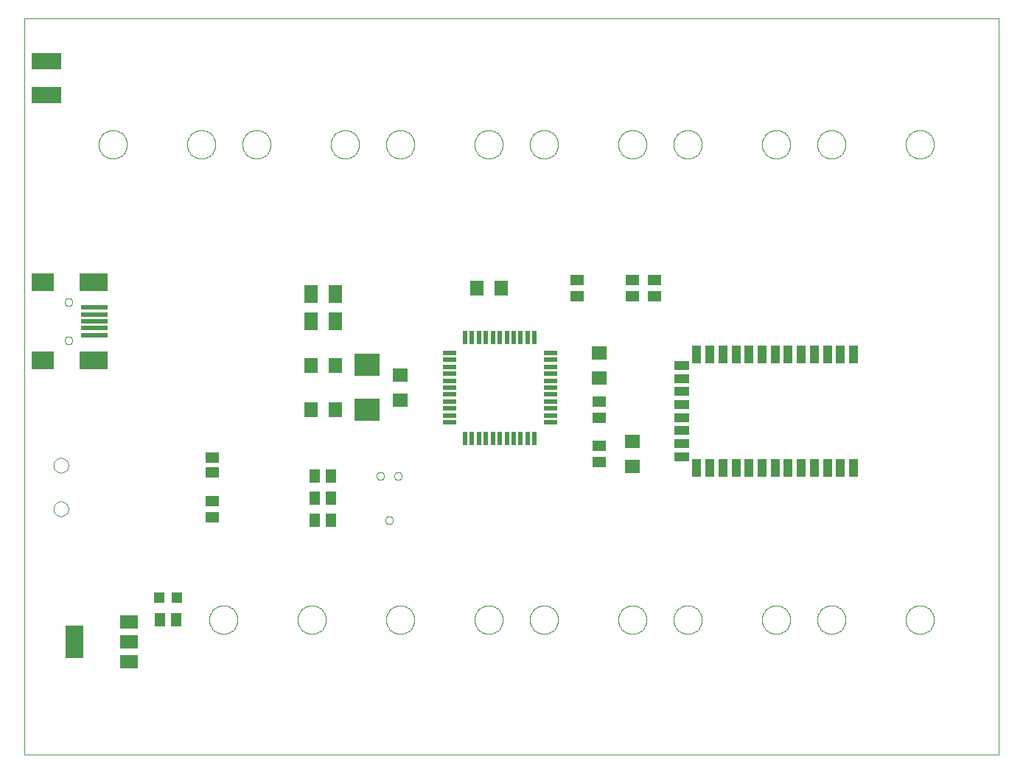
<source format=gtp>
G75*
%MOIN*%
%OFA0B0*%
%FSLAX24Y24*%
%IPPOS*%
%LPD*%
%AMOC8*
5,1,8,0,0,1.08239X$1,22.5*
%
%ADD10C,0.0000*%
%ADD11R,0.0472X0.0472*%
%ADD12R,0.0512X0.0591*%
%ADD13R,0.0591X0.0512*%
%ADD14R,0.1339X0.0748*%
%ADD15R,0.0709X0.0630*%
%ADD16R,0.0197X0.0591*%
%ADD17R,0.0591X0.0197*%
%ADD18R,0.0630X0.0709*%
%ADD19R,0.0710X0.0630*%
%ADD20R,0.0630X0.0512*%
%ADD21R,0.1181X0.0984*%
%ADD22R,0.0984X0.0787*%
%ADD23R,0.1299X0.0787*%
%ADD24R,0.1220X0.0197*%
%ADD25R,0.0630X0.0787*%
%ADD26R,0.0394X0.0787*%
%ADD27R,0.0709X0.0394*%
%ADD28R,0.0790X0.0590*%
%ADD29R,0.0790X0.1500*%
%ADD30R,0.0512X0.0630*%
D10*
X003100Y002000D02*
X003100Y035296D01*
X047170Y035296D01*
X047170Y002000D01*
X003100Y002000D01*
X011460Y008100D02*
X011462Y008150D01*
X011468Y008200D01*
X011478Y008249D01*
X011491Y008298D01*
X011509Y008345D01*
X011530Y008391D01*
X011554Y008434D01*
X011582Y008476D01*
X011613Y008516D01*
X011647Y008553D01*
X011684Y008587D01*
X011724Y008618D01*
X011766Y008646D01*
X011809Y008670D01*
X011855Y008691D01*
X011902Y008709D01*
X011951Y008722D01*
X012000Y008732D01*
X012050Y008738D01*
X012100Y008740D01*
X012150Y008738D01*
X012200Y008732D01*
X012249Y008722D01*
X012298Y008709D01*
X012345Y008691D01*
X012391Y008670D01*
X012434Y008646D01*
X012476Y008618D01*
X012516Y008587D01*
X012553Y008553D01*
X012587Y008516D01*
X012618Y008476D01*
X012646Y008434D01*
X012670Y008391D01*
X012691Y008345D01*
X012709Y008298D01*
X012722Y008249D01*
X012732Y008200D01*
X012738Y008150D01*
X012740Y008100D01*
X012738Y008050D01*
X012732Y008000D01*
X012722Y007951D01*
X012709Y007902D01*
X012691Y007855D01*
X012670Y007809D01*
X012646Y007766D01*
X012618Y007724D01*
X012587Y007684D01*
X012553Y007647D01*
X012516Y007613D01*
X012476Y007582D01*
X012434Y007554D01*
X012391Y007530D01*
X012345Y007509D01*
X012298Y007491D01*
X012249Y007478D01*
X012200Y007468D01*
X012150Y007462D01*
X012100Y007460D01*
X012050Y007462D01*
X012000Y007468D01*
X011951Y007478D01*
X011902Y007491D01*
X011855Y007509D01*
X011809Y007530D01*
X011766Y007554D01*
X011724Y007582D01*
X011684Y007613D01*
X011647Y007647D01*
X011613Y007684D01*
X011582Y007724D01*
X011554Y007766D01*
X011530Y007809D01*
X011509Y007855D01*
X011491Y007902D01*
X011478Y007951D01*
X011468Y008000D01*
X011462Y008050D01*
X011460Y008100D01*
X015460Y008100D02*
X015462Y008150D01*
X015468Y008200D01*
X015478Y008249D01*
X015491Y008298D01*
X015509Y008345D01*
X015530Y008391D01*
X015554Y008434D01*
X015582Y008476D01*
X015613Y008516D01*
X015647Y008553D01*
X015684Y008587D01*
X015724Y008618D01*
X015766Y008646D01*
X015809Y008670D01*
X015855Y008691D01*
X015902Y008709D01*
X015951Y008722D01*
X016000Y008732D01*
X016050Y008738D01*
X016100Y008740D01*
X016150Y008738D01*
X016200Y008732D01*
X016249Y008722D01*
X016298Y008709D01*
X016345Y008691D01*
X016391Y008670D01*
X016434Y008646D01*
X016476Y008618D01*
X016516Y008587D01*
X016553Y008553D01*
X016587Y008516D01*
X016618Y008476D01*
X016646Y008434D01*
X016670Y008391D01*
X016691Y008345D01*
X016709Y008298D01*
X016722Y008249D01*
X016732Y008200D01*
X016738Y008150D01*
X016740Y008100D01*
X016738Y008050D01*
X016732Y008000D01*
X016722Y007951D01*
X016709Y007902D01*
X016691Y007855D01*
X016670Y007809D01*
X016646Y007766D01*
X016618Y007724D01*
X016587Y007684D01*
X016553Y007647D01*
X016516Y007613D01*
X016476Y007582D01*
X016434Y007554D01*
X016391Y007530D01*
X016345Y007509D01*
X016298Y007491D01*
X016249Y007478D01*
X016200Y007468D01*
X016150Y007462D01*
X016100Y007460D01*
X016050Y007462D01*
X016000Y007468D01*
X015951Y007478D01*
X015902Y007491D01*
X015855Y007509D01*
X015809Y007530D01*
X015766Y007554D01*
X015724Y007582D01*
X015684Y007613D01*
X015647Y007647D01*
X015613Y007684D01*
X015582Y007724D01*
X015554Y007766D01*
X015530Y007809D01*
X015509Y007855D01*
X015491Y007902D01*
X015478Y007951D01*
X015468Y008000D01*
X015462Y008050D01*
X015460Y008100D01*
X019460Y008100D02*
X019462Y008150D01*
X019468Y008200D01*
X019478Y008249D01*
X019491Y008298D01*
X019509Y008345D01*
X019530Y008391D01*
X019554Y008434D01*
X019582Y008476D01*
X019613Y008516D01*
X019647Y008553D01*
X019684Y008587D01*
X019724Y008618D01*
X019766Y008646D01*
X019809Y008670D01*
X019855Y008691D01*
X019902Y008709D01*
X019951Y008722D01*
X020000Y008732D01*
X020050Y008738D01*
X020100Y008740D01*
X020150Y008738D01*
X020200Y008732D01*
X020249Y008722D01*
X020298Y008709D01*
X020345Y008691D01*
X020391Y008670D01*
X020434Y008646D01*
X020476Y008618D01*
X020516Y008587D01*
X020553Y008553D01*
X020587Y008516D01*
X020618Y008476D01*
X020646Y008434D01*
X020670Y008391D01*
X020691Y008345D01*
X020709Y008298D01*
X020722Y008249D01*
X020732Y008200D01*
X020738Y008150D01*
X020740Y008100D01*
X020738Y008050D01*
X020732Y008000D01*
X020722Y007951D01*
X020709Y007902D01*
X020691Y007855D01*
X020670Y007809D01*
X020646Y007766D01*
X020618Y007724D01*
X020587Y007684D01*
X020553Y007647D01*
X020516Y007613D01*
X020476Y007582D01*
X020434Y007554D01*
X020391Y007530D01*
X020345Y007509D01*
X020298Y007491D01*
X020249Y007478D01*
X020200Y007468D01*
X020150Y007462D01*
X020100Y007460D01*
X020050Y007462D01*
X020000Y007468D01*
X019951Y007478D01*
X019902Y007491D01*
X019855Y007509D01*
X019809Y007530D01*
X019766Y007554D01*
X019724Y007582D01*
X019684Y007613D01*
X019647Y007647D01*
X019613Y007684D01*
X019582Y007724D01*
X019554Y007766D01*
X019530Y007809D01*
X019509Y007855D01*
X019491Y007902D01*
X019478Y007951D01*
X019468Y008000D01*
X019462Y008050D01*
X019460Y008100D01*
X023460Y008100D02*
X023462Y008150D01*
X023468Y008200D01*
X023478Y008249D01*
X023491Y008298D01*
X023509Y008345D01*
X023530Y008391D01*
X023554Y008434D01*
X023582Y008476D01*
X023613Y008516D01*
X023647Y008553D01*
X023684Y008587D01*
X023724Y008618D01*
X023766Y008646D01*
X023809Y008670D01*
X023855Y008691D01*
X023902Y008709D01*
X023951Y008722D01*
X024000Y008732D01*
X024050Y008738D01*
X024100Y008740D01*
X024150Y008738D01*
X024200Y008732D01*
X024249Y008722D01*
X024298Y008709D01*
X024345Y008691D01*
X024391Y008670D01*
X024434Y008646D01*
X024476Y008618D01*
X024516Y008587D01*
X024553Y008553D01*
X024587Y008516D01*
X024618Y008476D01*
X024646Y008434D01*
X024670Y008391D01*
X024691Y008345D01*
X024709Y008298D01*
X024722Y008249D01*
X024732Y008200D01*
X024738Y008150D01*
X024740Y008100D01*
X024738Y008050D01*
X024732Y008000D01*
X024722Y007951D01*
X024709Y007902D01*
X024691Y007855D01*
X024670Y007809D01*
X024646Y007766D01*
X024618Y007724D01*
X024587Y007684D01*
X024553Y007647D01*
X024516Y007613D01*
X024476Y007582D01*
X024434Y007554D01*
X024391Y007530D01*
X024345Y007509D01*
X024298Y007491D01*
X024249Y007478D01*
X024200Y007468D01*
X024150Y007462D01*
X024100Y007460D01*
X024050Y007462D01*
X024000Y007468D01*
X023951Y007478D01*
X023902Y007491D01*
X023855Y007509D01*
X023809Y007530D01*
X023766Y007554D01*
X023724Y007582D01*
X023684Y007613D01*
X023647Y007647D01*
X023613Y007684D01*
X023582Y007724D01*
X023554Y007766D01*
X023530Y007809D01*
X023509Y007855D01*
X023491Y007902D01*
X023478Y007951D01*
X023468Y008000D01*
X023462Y008050D01*
X023460Y008100D01*
X025960Y008100D02*
X025962Y008150D01*
X025968Y008200D01*
X025978Y008249D01*
X025991Y008298D01*
X026009Y008345D01*
X026030Y008391D01*
X026054Y008434D01*
X026082Y008476D01*
X026113Y008516D01*
X026147Y008553D01*
X026184Y008587D01*
X026224Y008618D01*
X026266Y008646D01*
X026309Y008670D01*
X026355Y008691D01*
X026402Y008709D01*
X026451Y008722D01*
X026500Y008732D01*
X026550Y008738D01*
X026600Y008740D01*
X026650Y008738D01*
X026700Y008732D01*
X026749Y008722D01*
X026798Y008709D01*
X026845Y008691D01*
X026891Y008670D01*
X026934Y008646D01*
X026976Y008618D01*
X027016Y008587D01*
X027053Y008553D01*
X027087Y008516D01*
X027118Y008476D01*
X027146Y008434D01*
X027170Y008391D01*
X027191Y008345D01*
X027209Y008298D01*
X027222Y008249D01*
X027232Y008200D01*
X027238Y008150D01*
X027240Y008100D01*
X027238Y008050D01*
X027232Y008000D01*
X027222Y007951D01*
X027209Y007902D01*
X027191Y007855D01*
X027170Y007809D01*
X027146Y007766D01*
X027118Y007724D01*
X027087Y007684D01*
X027053Y007647D01*
X027016Y007613D01*
X026976Y007582D01*
X026934Y007554D01*
X026891Y007530D01*
X026845Y007509D01*
X026798Y007491D01*
X026749Y007478D01*
X026700Y007468D01*
X026650Y007462D01*
X026600Y007460D01*
X026550Y007462D01*
X026500Y007468D01*
X026451Y007478D01*
X026402Y007491D01*
X026355Y007509D01*
X026309Y007530D01*
X026266Y007554D01*
X026224Y007582D01*
X026184Y007613D01*
X026147Y007647D01*
X026113Y007684D01*
X026082Y007724D01*
X026054Y007766D01*
X026030Y007809D01*
X026009Y007855D01*
X025991Y007902D01*
X025978Y007951D01*
X025968Y008000D01*
X025962Y008050D01*
X025960Y008100D01*
X029960Y008100D02*
X029962Y008150D01*
X029968Y008200D01*
X029978Y008249D01*
X029991Y008298D01*
X030009Y008345D01*
X030030Y008391D01*
X030054Y008434D01*
X030082Y008476D01*
X030113Y008516D01*
X030147Y008553D01*
X030184Y008587D01*
X030224Y008618D01*
X030266Y008646D01*
X030309Y008670D01*
X030355Y008691D01*
X030402Y008709D01*
X030451Y008722D01*
X030500Y008732D01*
X030550Y008738D01*
X030600Y008740D01*
X030650Y008738D01*
X030700Y008732D01*
X030749Y008722D01*
X030798Y008709D01*
X030845Y008691D01*
X030891Y008670D01*
X030934Y008646D01*
X030976Y008618D01*
X031016Y008587D01*
X031053Y008553D01*
X031087Y008516D01*
X031118Y008476D01*
X031146Y008434D01*
X031170Y008391D01*
X031191Y008345D01*
X031209Y008298D01*
X031222Y008249D01*
X031232Y008200D01*
X031238Y008150D01*
X031240Y008100D01*
X031238Y008050D01*
X031232Y008000D01*
X031222Y007951D01*
X031209Y007902D01*
X031191Y007855D01*
X031170Y007809D01*
X031146Y007766D01*
X031118Y007724D01*
X031087Y007684D01*
X031053Y007647D01*
X031016Y007613D01*
X030976Y007582D01*
X030934Y007554D01*
X030891Y007530D01*
X030845Y007509D01*
X030798Y007491D01*
X030749Y007478D01*
X030700Y007468D01*
X030650Y007462D01*
X030600Y007460D01*
X030550Y007462D01*
X030500Y007468D01*
X030451Y007478D01*
X030402Y007491D01*
X030355Y007509D01*
X030309Y007530D01*
X030266Y007554D01*
X030224Y007582D01*
X030184Y007613D01*
X030147Y007647D01*
X030113Y007684D01*
X030082Y007724D01*
X030054Y007766D01*
X030030Y007809D01*
X030009Y007855D01*
X029991Y007902D01*
X029978Y007951D01*
X029968Y008000D01*
X029962Y008050D01*
X029960Y008100D01*
X032460Y008100D02*
X032462Y008150D01*
X032468Y008200D01*
X032478Y008249D01*
X032491Y008298D01*
X032509Y008345D01*
X032530Y008391D01*
X032554Y008434D01*
X032582Y008476D01*
X032613Y008516D01*
X032647Y008553D01*
X032684Y008587D01*
X032724Y008618D01*
X032766Y008646D01*
X032809Y008670D01*
X032855Y008691D01*
X032902Y008709D01*
X032951Y008722D01*
X033000Y008732D01*
X033050Y008738D01*
X033100Y008740D01*
X033150Y008738D01*
X033200Y008732D01*
X033249Y008722D01*
X033298Y008709D01*
X033345Y008691D01*
X033391Y008670D01*
X033434Y008646D01*
X033476Y008618D01*
X033516Y008587D01*
X033553Y008553D01*
X033587Y008516D01*
X033618Y008476D01*
X033646Y008434D01*
X033670Y008391D01*
X033691Y008345D01*
X033709Y008298D01*
X033722Y008249D01*
X033732Y008200D01*
X033738Y008150D01*
X033740Y008100D01*
X033738Y008050D01*
X033732Y008000D01*
X033722Y007951D01*
X033709Y007902D01*
X033691Y007855D01*
X033670Y007809D01*
X033646Y007766D01*
X033618Y007724D01*
X033587Y007684D01*
X033553Y007647D01*
X033516Y007613D01*
X033476Y007582D01*
X033434Y007554D01*
X033391Y007530D01*
X033345Y007509D01*
X033298Y007491D01*
X033249Y007478D01*
X033200Y007468D01*
X033150Y007462D01*
X033100Y007460D01*
X033050Y007462D01*
X033000Y007468D01*
X032951Y007478D01*
X032902Y007491D01*
X032855Y007509D01*
X032809Y007530D01*
X032766Y007554D01*
X032724Y007582D01*
X032684Y007613D01*
X032647Y007647D01*
X032613Y007684D01*
X032582Y007724D01*
X032554Y007766D01*
X032530Y007809D01*
X032509Y007855D01*
X032491Y007902D01*
X032478Y007951D01*
X032468Y008000D01*
X032462Y008050D01*
X032460Y008100D01*
X036460Y008100D02*
X036462Y008150D01*
X036468Y008200D01*
X036478Y008249D01*
X036491Y008298D01*
X036509Y008345D01*
X036530Y008391D01*
X036554Y008434D01*
X036582Y008476D01*
X036613Y008516D01*
X036647Y008553D01*
X036684Y008587D01*
X036724Y008618D01*
X036766Y008646D01*
X036809Y008670D01*
X036855Y008691D01*
X036902Y008709D01*
X036951Y008722D01*
X037000Y008732D01*
X037050Y008738D01*
X037100Y008740D01*
X037150Y008738D01*
X037200Y008732D01*
X037249Y008722D01*
X037298Y008709D01*
X037345Y008691D01*
X037391Y008670D01*
X037434Y008646D01*
X037476Y008618D01*
X037516Y008587D01*
X037553Y008553D01*
X037587Y008516D01*
X037618Y008476D01*
X037646Y008434D01*
X037670Y008391D01*
X037691Y008345D01*
X037709Y008298D01*
X037722Y008249D01*
X037732Y008200D01*
X037738Y008150D01*
X037740Y008100D01*
X037738Y008050D01*
X037732Y008000D01*
X037722Y007951D01*
X037709Y007902D01*
X037691Y007855D01*
X037670Y007809D01*
X037646Y007766D01*
X037618Y007724D01*
X037587Y007684D01*
X037553Y007647D01*
X037516Y007613D01*
X037476Y007582D01*
X037434Y007554D01*
X037391Y007530D01*
X037345Y007509D01*
X037298Y007491D01*
X037249Y007478D01*
X037200Y007468D01*
X037150Y007462D01*
X037100Y007460D01*
X037050Y007462D01*
X037000Y007468D01*
X036951Y007478D01*
X036902Y007491D01*
X036855Y007509D01*
X036809Y007530D01*
X036766Y007554D01*
X036724Y007582D01*
X036684Y007613D01*
X036647Y007647D01*
X036613Y007684D01*
X036582Y007724D01*
X036554Y007766D01*
X036530Y007809D01*
X036509Y007855D01*
X036491Y007902D01*
X036478Y007951D01*
X036468Y008000D01*
X036462Y008050D01*
X036460Y008100D01*
X038960Y008100D02*
X038962Y008150D01*
X038968Y008200D01*
X038978Y008249D01*
X038991Y008298D01*
X039009Y008345D01*
X039030Y008391D01*
X039054Y008434D01*
X039082Y008476D01*
X039113Y008516D01*
X039147Y008553D01*
X039184Y008587D01*
X039224Y008618D01*
X039266Y008646D01*
X039309Y008670D01*
X039355Y008691D01*
X039402Y008709D01*
X039451Y008722D01*
X039500Y008732D01*
X039550Y008738D01*
X039600Y008740D01*
X039650Y008738D01*
X039700Y008732D01*
X039749Y008722D01*
X039798Y008709D01*
X039845Y008691D01*
X039891Y008670D01*
X039934Y008646D01*
X039976Y008618D01*
X040016Y008587D01*
X040053Y008553D01*
X040087Y008516D01*
X040118Y008476D01*
X040146Y008434D01*
X040170Y008391D01*
X040191Y008345D01*
X040209Y008298D01*
X040222Y008249D01*
X040232Y008200D01*
X040238Y008150D01*
X040240Y008100D01*
X040238Y008050D01*
X040232Y008000D01*
X040222Y007951D01*
X040209Y007902D01*
X040191Y007855D01*
X040170Y007809D01*
X040146Y007766D01*
X040118Y007724D01*
X040087Y007684D01*
X040053Y007647D01*
X040016Y007613D01*
X039976Y007582D01*
X039934Y007554D01*
X039891Y007530D01*
X039845Y007509D01*
X039798Y007491D01*
X039749Y007478D01*
X039700Y007468D01*
X039650Y007462D01*
X039600Y007460D01*
X039550Y007462D01*
X039500Y007468D01*
X039451Y007478D01*
X039402Y007491D01*
X039355Y007509D01*
X039309Y007530D01*
X039266Y007554D01*
X039224Y007582D01*
X039184Y007613D01*
X039147Y007647D01*
X039113Y007684D01*
X039082Y007724D01*
X039054Y007766D01*
X039030Y007809D01*
X039009Y007855D01*
X038991Y007902D01*
X038978Y007951D01*
X038968Y008000D01*
X038962Y008050D01*
X038960Y008100D01*
X042960Y008100D02*
X042962Y008150D01*
X042968Y008200D01*
X042978Y008249D01*
X042991Y008298D01*
X043009Y008345D01*
X043030Y008391D01*
X043054Y008434D01*
X043082Y008476D01*
X043113Y008516D01*
X043147Y008553D01*
X043184Y008587D01*
X043224Y008618D01*
X043266Y008646D01*
X043309Y008670D01*
X043355Y008691D01*
X043402Y008709D01*
X043451Y008722D01*
X043500Y008732D01*
X043550Y008738D01*
X043600Y008740D01*
X043650Y008738D01*
X043700Y008732D01*
X043749Y008722D01*
X043798Y008709D01*
X043845Y008691D01*
X043891Y008670D01*
X043934Y008646D01*
X043976Y008618D01*
X044016Y008587D01*
X044053Y008553D01*
X044087Y008516D01*
X044118Y008476D01*
X044146Y008434D01*
X044170Y008391D01*
X044191Y008345D01*
X044209Y008298D01*
X044222Y008249D01*
X044232Y008200D01*
X044238Y008150D01*
X044240Y008100D01*
X044238Y008050D01*
X044232Y008000D01*
X044222Y007951D01*
X044209Y007902D01*
X044191Y007855D01*
X044170Y007809D01*
X044146Y007766D01*
X044118Y007724D01*
X044087Y007684D01*
X044053Y007647D01*
X044016Y007613D01*
X043976Y007582D01*
X043934Y007554D01*
X043891Y007530D01*
X043845Y007509D01*
X043798Y007491D01*
X043749Y007478D01*
X043700Y007468D01*
X043650Y007462D01*
X043600Y007460D01*
X043550Y007462D01*
X043500Y007468D01*
X043451Y007478D01*
X043402Y007491D01*
X043355Y007509D01*
X043309Y007530D01*
X043266Y007554D01*
X043224Y007582D01*
X043184Y007613D01*
X043147Y007647D01*
X043113Y007684D01*
X043082Y007724D01*
X043054Y007766D01*
X043030Y007809D01*
X043009Y007855D01*
X042991Y007902D01*
X042978Y007951D01*
X042968Y008000D01*
X042962Y008050D01*
X042960Y008100D01*
X019825Y014600D02*
X019827Y014626D01*
X019833Y014652D01*
X019842Y014676D01*
X019855Y014699D01*
X019872Y014719D01*
X019891Y014737D01*
X019913Y014752D01*
X019936Y014763D01*
X019961Y014771D01*
X019987Y014775D01*
X020013Y014775D01*
X020039Y014771D01*
X020064Y014763D01*
X020088Y014752D01*
X020109Y014737D01*
X020128Y014719D01*
X020145Y014699D01*
X020158Y014676D01*
X020167Y014652D01*
X020173Y014626D01*
X020175Y014600D01*
X020173Y014574D01*
X020167Y014548D01*
X020158Y014524D01*
X020145Y014501D01*
X020128Y014481D01*
X020109Y014463D01*
X020087Y014448D01*
X020064Y014437D01*
X020039Y014429D01*
X020013Y014425D01*
X019987Y014425D01*
X019961Y014429D01*
X019936Y014437D01*
X019912Y014448D01*
X019891Y014463D01*
X019872Y014481D01*
X019855Y014501D01*
X019842Y014524D01*
X019833Y014548D01*
X019827Y014574D01*
X019825Y014600D01*
X019025Y014600D02*
X019027Y014626D01*
X019033Y014652D01*
X019042Y014676D01*
X019055Y014699D01*
X019072Y014719D01*
X019091Y014737D01*
X019113Y014752D01*
X019136Y014763D01*
X019161Y014771D01*
X019187Y014775D01*
X019213Y014775D01*
X019239Y014771D01*
X019264Y014763D01*
X019288Y014752D01*
X019309Y014737D01*
X019328Y014719D01*
X019345Y014699D01*
X019358Y014676D01*
X019367Y014652D01*
X019373Y014626D01*
X019375Y014600D01*
X019373Y014574D01*
X019367Y014548D01*
X019358Y014524D01*
X019345Y014501D01*
X019328Y014481D01*
X019309Y014463D01*
X019287Y014448D01*
X019264Y014437D01*
X019239Y014429D01*
X019213Y014425D01*
X019187Y014425D01*
X019161Y014429D01*
X019136Y014437D01*
X019112Y014448D01*
X019091Y014463D01*
X019072Y014481D01*
X019055Y014501D01*
X019042Y014524D01*
X019033Y014548D01*
X019027Y014574D01*
X019025Y014600D01*
X019425Y012600D02*
X019427Y012626D01*
X019433Y012652D01*
X019442Y012676D01*
X019455Y012699D01*
X019472Y012719D01*
X019491Y012737D01*
X019513Y012752D01*
X019536Y012763D01*
X019561Y012771D01*
X019587Y012775D01*
X019613Y012775D01*
X019639Y012771D01*
X019664Y012763D01*
X019688Y012752D01*
X019709Y012737D01*
X019728Y012719D01*
X019745Y012699D01*
X019758Y012676D01*
X019767Y012652D01*
X019773Y012626D01*
X019775Y012600D01*
X019773Y012574D01*
X019767Y012548D01*
X019758Y012524D01*
X019745Y012501D01*
X019728Y012481D01*
X019709Y012463D01*
X019687Y012448D01*
X019664Y012437D01*
X019639Y012429D01*
X019613Y012425D01*
X019587Y012425D01*
X019561Y012429D01*
X019536Y012437D01*
X019512Y012448D01*
X019491Y012463D01*
X019472Y012481D01*
X019455Y012501D01*
X019442Y012524D01*
X019433Y012548D01*
X019427Y012574D01*
X019425Y012600D01*
X004923Y020734D02*
X004925Y020760D01*
X004931Y020786D01*
X004941Y020811D01*
X004954Y020834D01*
X004970Y020854D01*
X004990Y020872D01*
X005012Y020887D01*
X005035Y020899D01*
X005061Y020907D01*
X005087Y020911D01*
X005113Y020911D01*
X005139Y020907D01*
X005165Y020899D01*
X005189Y020887D01*
X005210Y020872D01*
X005230Y020854D01*
X005246Y020834D01*
X005259Y020811D01*
X005269Y020786D01*
X005275Y020760D01*
X005277Y020734D01*
X005275Y020708D01*
X005269Y020682D01*
X005259Y020657D01*
X005246Y020634D01*
X005230Y020614D01*
X005210Y020596D01*
X005188Y020581D01*
X005165Y020569D01*
X005139Y020561D01*
X005113Y020557D01*
X005087Y020557D01*
X005061Y020561D01*
X005035Y020569D01*
X005011Y020581D01*
X004990Y020596D01*
X004970Y020614D01*
X004954Y020634D01*
X004941Y020657D01*
X004931Y020682D01*
X004925Y020708D01*
X004923Y020734D01*
X004923Y022466D02*
X004925Y022492D01*
X004931Y022518D01*
X004941Y022543D01*
X004954Y022566D01*
X004970Y022586D01*
X004990Y022604D01*
X005012Y022619D01*
X005035Y022631D01*
X005061Y022639D01*
X005087Y022643D01*
X005113Y022643D01*
X005139Y022639D01*
X005165Y022631D01*
X005189Y022619D01*
X005210Y022604D01*
X005230Y022586D01*
X005246Y022566D01*
X005259Y022543D01*
X005269Y022518D01*
X005275Y022492D01*
X005277Y022466D01*
X005275Y022440D01*
X005269Y022414D01*
X005259Y022389D01*
X005246Y022366D01*
X005230Y022346D01*
X005210Y022328D01*
X005188Y022313D01*
X005165Y022301D01*
X005139Y022293D01*
X005113Y022289D01*
X005087Y022289D01*
X005061Y022293D01*
X005035Y022301D01*
X005011Y022313D01*
X004990Y022328D01*
X004970Y022346D01*
X004954Y022366D01*
X004941Y022389D01*
X004931Y022414D01*
X004925Y022440D01*
X004923Y022466D01*
X004419Y015084D02*
X004421Y015120D01*
X004427Y015156D01*
X004437Y015191D01*
X004450Y015225D01*
X004467Y015257D01*
X004487Y015287D01*
X004511Y015314D01*
X004537Y015339D01*
X004566Y015361D01*
X004597Y015380D01*
X004630Y015395D01*
X004664Y015407D01*
X004700Y015415D01*
X004736Y015419D01*
X004772Y015419D01*
X004808Y015415D01*
X004844Y015407D01*
X004878Y015395D01*
X004911Y015380D01*
X004942Y015361D01*
X004971Y015339D01*
X004997Y015314D01*
X005021Y015287D01*
X005041Y015257D01*
X005058Y015225D01*
X005071Y015191D01*
X005081Y015156D01*
X005087Y015120D01*
X005089Y015084D01*
X005087Y015048D01*
X005081Y015012D01*
X005071Y014977D01*
X005058Y014943D01*
X005041Y014911D01*
X005021Y014881D01*
X004997Y014854D01*
X004971Y014829D01*
X004942Y014807D01*
X004911Y014788D01*
X004878Y014773D01*
X004844Y014761D01*
X004808Y014753D01*
X004772Y014749D01*
X004736Y014749D01*
X004700Y014753D01*
X004664Y014761D01*
X004630Y014773D01*
X004597Y014788D01*
X004566Y014807D01*
X004537Y014829D01*
X004511Y014854D01*
X004487Y014881D01*
X004467Y014911D01*
X004450Y014943D01*
X004437Y014977D01*
X004427Y015012D01*
X004421Y015048D01*
X004419Y015084D01*
X004419Y013116D02*
X004421Y013152D01*
X004427Y013188D01*
X004437Y013223D01*
X004450Y013257D01*
X004467Y013289D01*
X004487Y013319D01*
X004511Y013346D01*
X004537Y013371D01*
X004566Y013393D01*
X004597Y013412D01*
X004630Y013427D01*
X004664Y013439D01*
X004700Y013447D01*
X004736Y013451D01*
X004772Y013451D01*
X004808Y013447D01*
X004844Y013439D01*
X004878Y013427D01*
X004911Y013412D01*
X004942Y013393D01*
X004971Y013371D01*
X004997Y013346D01*
X005021Y013319D01*
X005041Y013289D01*
X005058Y013257D01*
X005071Y013223D01*
X005081Y013188D01*
X005087Y013152D01*
X005089Y013116D01*
X005087Y013080D01*
X005081Y013044D01*
X005071Y013009D01*
X005058Y012975D01*
X005041Y012943D01*
X005021Y012913D01*
X004997Y012886D01*
X004971Y012861D01*
X004942Y012839D01*
X004911Y012820D01*
X004878Y012805D01*
X004844Y012793D01*
X004808Y012785D01*
X004772Y012781D01*
X004736Y012781D01*
X004700Y012785D01*
X004664Y012793D01*
X004630Y012805D01*
X004597Y012820D01*
X004566Y012839D01*
X004537Y012861D01*
X004511Y012886D01*
X004487Y012913D01*
X004467Y012943D01*
X004450Y012975D01*
X004437Y013009D01*
X004427Y013044D01*
X004421Y013080D01*
X004419Y013116D01*
X006460Y029600D02*
X006462Y029650D01*
X006468Y029700D01*
X006478Y029749D01*
X006491Y029798D01*
X006509Y029845D01*
X006530Y029891D01*
X006554Y029934D01*
X006582Y029976D01*
X006613Y030016D01*
X006647Y030053D01*
X006684Y030087D01*
X006724Y030118D01*
X006766Y030146D01*
X006809Y030170D01*
X006855Y030191D01*
X006902Y030209D01*
X006951Y030222D01*
X007000Y030232D01*
X007050Y030238D01*
X007100Y030240D01*
X007150Y030238D01*
X007200Y030232D01*
X007249Y030222D01*
X007298Y030209D01*
X007345Y030191D01*
X007391Y030170D01*
X007434Y030146D01*
X007476Y030118D01*
X007516Y030087D01*
X007553Y030053D01*
X007587Y030016D01*
X007618Y029976D01*
X007646Y029934D01*
X007670Y029891D01*
X007691Y029845D01*
X007709Y029798D01*
X007722Y029749D01*
X007732Y029700D01*
X007738Y029650D01*
X007740Y029600D01*
X007738Y029550D01*
X007732Y029500D01*
X007722Y029451D01*
X007709Y029402D01*
X007691Y029355D01*
X007670Y029309D01*
X007646Y029266D01*
X007618Y029224D01*
X007587Y029184D01*
X007553Y029147D01*
X007516Y029113D01*
X007476Y029082D01*
X007434Y029054D01*
X007391Y029030D01*
X007345Y029009D01*
X007298Y028991D01*
X007249Y028978D01*
X007200Y028968D01*
X007150Y028962D01*
X007100Y028960D01*
X007050Y028962D01*
X007000Y028968D01*
X006951Y028978D01*
X006902Y028991D01*
X006855Y029009D01*
X006809Y029030D01*
X006766Y029054D01*
X006724Y029082D01*
X006684Y029113D01*
X006647Y029147D01*
X006613Y029184D01*
X006582Y029224D01*
X006554Y029266D01*
X006530Y029309D01*
X006509Y029355D01*
X006491Y029402D01*
X006478Y029451D01*
X006468Y029500D01*
X006462Y029550D01*
X006460Y029600D01*
X010460Y029600D02*
X010462Y029650D01*
X010468Y029700D01*
X010478Y029749D01*
X010491Y029798D01*
X010509Y029845D01*
X010530Y029891D01*
X010554Y029934D01*
X010582Y029976D01*
X010613Y030016D01*
X010647Y030053D01*
X010684Y030087D01*
X010724Y030118D01*
X010766Y030146D01*
X010809Y030170D01*
X010855Y030191D01*
X010902Y030209D01*
X010951Y030222D01*
X011000Y030232D01*
X011050Y030238D01*
X011100Y030240D01*
X011150Y030238D01*
X011200Y030232D01*
X011249Y030222D01*
X011298Y030209D01*
X011345Y030191D01*
X011391Y030170D01*
X011434Y030146D01*
X011476Y030118D01*
X011516Y030087D01*
X011553Y030053D01*
X011587Y030016D01*
X011618Y029976D01*
X011646Y029934D01*
X011670Y029891D01*
X011691Y029845D01*
X011709Y029798D01*
X011722Y029749D01*
X011732Y029700D01*
X011738Y029650D01*
X011740Y029600D01*
X011738Y029550D01*
X011732Y029500D01*
X011722Y029451D01*
X011709Y029402D01*
X011691Y029355D01*
X011670Y029309D01*
X011646Y029266D01*
X011618Y029224D01*
X011587Y029184D01*
X011553Y029147D01*
X011516Y029113D01*
X011476Y029082D01*
X011434Y029054D01*
X011391Y029030D01*
X011345Y029009D01*
X011298Y028991D01*
X011249Y028978D01*
X011200Y028968D01*
X011150Y028962D01*
X011100Y028960D01*
X011050Y028962D01*
X011000Y028968D01*
X010951Y028978D01*
X010902Y028991D01*
X010855Y029009D01*
X010809Y029030D01*
X010766Y029054D01*
X010724Y029082D01*
X010684Y029113D01*
X010647Y029147D01*
X010613Y029184D01*
X010582Y029224D01*
X010554Y029266D01*
X010530Y029309D01*
X010509Y029355D01*
X010491Y029402D01*
X010478Y029451D01*
X010468Y029500D01*
X010462Y029550D01*
X010460Y029600D01*
X012960Y029600D02*
X012962Y029650D01*
X012968Y029700D01*
X012978Y029749D01*
X012991Y029798D01*
X013009Y029845D01*
X013030Y029891D01*
X013054Y029934D01*
X013082Y029976D01*
X013113Y030016D01*
X013147Y030053D01*
X013184Y030087D01*
X013224Y030118D01*
X013266Y030146D01*
X013309Y030170D01*
X013355Y030191D01*
X013402Y030209D01*
X013451Y030222D01*
X013500Y030232D01*
X013550Y030238D01*
X013600Y030240D01*
X013650Y030238D01*
X013700Y030232D01*
X013749Y030222D01*
X013798Y030209D01*
X013845Y030191D01*
X013891Y030170D01*
X013934Y030146D01*
X013976Y030118D01*
X014016Y030087D01*
X014053Y030053D01*
X014087Y030016D01*
X014118Y029976D01*
X014146Y029934D01*
X014170Y029891D01*
X014191Y029845D01*
X014209Y029798D01*
X014222Y029749D01*
X014232Y029700D01*
X014238Y029650D01*
X014240Y029600D01*
X014238Y029550D01*
X014232Y029500D01*
X014222Y029451D01*
X014209Y029402D01*
X014191Y029355D01*
X014170Y029309D01*
X014146Y029266D01*
X014118Y029224D01*
X014087Y029184D01*
X014053Y029147D01*
X014016Y029113D01*
X013976Y029082D01*
X013934Y029054D01*
X013891Y029030D01*
X013845Y029009D01*
X013798Y028991D01*
X013749Y028978D01*
X013700Y028968D01*
X013650Y028962D01*
X013600Y028960D01*
X013550Y028962D01*
X013500Y028968D01*
X013451Y028978D01*
X013402Y028991D01*
X013355Y029009D01*
X013309Y029030D01*
X013266Y029054D01*
X013224Y029082D01*
X013184Y029113D01*
X013147Y029147D01*
X013113Y029184D01*
X013082Y029224D01*
X013054Y029266D01*
X013030Y029309D01*
X013009Y029355D01*
X012991Y029402D01*
X012978Y029451D01*
X012968Y029500D01*
X012962Y029550D01*
X012960Y029600D01*
X016960Y029600D02*
X016962Y029650D01*
X016968Y029700D01*
X016978Y029749D01*
X016991Y029798D01*
X017009Y029845D01*
X017030Y029891D01*
X017054Y029934D01*
X017082Y029976D01*
X017113Y030016D01*
X017147Y030053D01*
X017184Y030087D01*
X017224Y030118D01*
X017266Y030146D01*
X017309Y030170D01*
X017355Y030191D01*
X017402Y030209D01*
X017451Y030222D01*
X017500Y030232D01*
X017550Y030238D01*
X017600Y030240D01*
X017650Y030238D01*
X017700Y030232D01*
X017749Y030222D01*
X017798Y030209D01*
X017845Y030191D01*
X017891Y030170D01*
X017934Y030146D01*
X017976Y030118D01*
X018016Y030087D01*
X018053Y030053D01*
X018087Y030016D01*
X018118Y029976D01*
X018146Y029934D01*
X018170Y029891D01*
X018191Y029845D01*
X018209Y029798D01*
X018222Y029749D01*
X018232Y029700D01*
X018238Y029650D01*
X018240Y029600D01*
X018238Y029550D01*
X018232Y029500D01*
X018222Y029451D01*
X018209Y029402D01*
X018191Y029355D01*
X018170Y029309D01*
X018146Y029266D01*
X018118Y029224D01*
X018087Y029184D01*
X018053Y029147D01*
X018016Y029113D01*
X017976Y029082D01*
X017934Y029054D01*
X017891Y029030D01*
X017845Y029009D01*
X017798Y028991D01*
X017749Y028978D01*
X017700Y028968D01*
X017650Y028962D01*
X017600Y028960D01*
X017550Y028962D01*
X017500Y028968D01*
X017451Y028978D01*
X017402Y028991D01*
X017355Y029009D01*
X017309Y029030D01*
X017266Y029054D01*
X017224Y029082D01*
X017184Y029113D01*
X017147Y029147D01*
X017113Y029184D01*
X017082Y029224D01*
X017054Y029266D01*
X017030Y029309D01*
X017009Y029355D01*
X016991Y029402D01*
X016978Y029451D01*
X016968Y029500D01*
X016962Y029550D01*
X016960Y029600D01*
X019460Y029600D02*
X019462Y029650D01*
X019468Y029700D01*
X019478Y029749D01*
X019491Y029798D01*
X019509Y029845D01*
X019530Y029891D01*
X019554Y029934D01*
X019582Y029976D01*
X019613Y030016D01*
X019647Y030053D01*
X019684Y030087D01*
X019724Y030118D01*
X019766Y030146D01*
X019809Y030170D01*
X019855Y030191D01*
X019902Y030209D01*
X019951Y030222D01*
X020000Y030232D01*
X020050Y030238D01*
X020100Y030240D01*
X020150Y030238D01*
X020200Y030232D01*
X020249Y030222D01*
X020298Y030209D01*
X020345Y030191D01*
X020391Y030170D01*
X020434Y030146D01*
X020476Y030118D01*
X020516Y030087D01*
X020553Y030053D01*
X020587Y030016D01*
X020618Y029976D01*
X020646Y029934D01*
X020670Y029891D01*
X020691Y029845D01*
X020709Y029798D01*
X020722Y029749D01*
X020732Y029700D01*
X020738Y029650D01*
X020740Y029600D01*
X020738Y029550D01*
X020732Y029500D01*
X020722Y029451D01*
X020709Y029402D01*
X020691Y029355D01*
X020670Y029309D01*
X020646Y029266D01*
X020618Y029224D01*
X020587Y029184D01*
X020553Y029147D01*
X020516Y029113D01*
X020476Y029082D01*
X020434Y029054D01*
X020391Y029030D01*
X020345Y029009D01*
X020298Y028991D01*
X020249Y028978D01*
X020200Y028968D01*
X020150Y028962D01*
X020100Y028960D01*
X020050Y028962D01*
X020000Y028968D01*
X019951Y028978D01*
X019902Y028991D01*
X019855Y029009D01*
X019809Y029030D01*
X019766Y029054D01*
X019724Y029082D01*
X019684Y029113D01*
X019647Y029147D01*
X019613Y029184D01*
X019582Y029224D01*
X019554Y029266D01*
X019530Y029309D01*
X019509Y029355D01*
X019491Y029402D01*
X019478Y029451D01*
X019468Y029500D01*
X019462Y029550D01*
X019460Y029600D01*
X023460Y029600D02*
X023462Y029650D01*
X023468Y029700D01*
X023478Y029749D01*
X023491Y029798D01*
X023509Y029845D01*
X023530Y029891D01*
X023554Y029934D01*
X023582Y029976D01*
X023613Y030016D01*
X023647Y030053D01*
X023684Y030087D01*
X023724Y030118D01*
X023766Y030146D01*
X023809Y030170D01*
X023855Y030191D01*
X023902Y030209D01*
X023951Y030222D01*
X024000Y030232D01*
X024050Y030238D01*
X024100Y030240D01*
X024150Y030238D01*
X024200Y030232D01*
X024249Y030222D01*
X024298Y030209D01*
X024345Y030191D01*
X024391Y030170D01*
X024434Y030146D01*
X024476Y030118D01*
X024516Y030087D01*
X024553Y030053D01*
X024587Y030016D01*
X024618Y029976D01*
X024646Y029934D01*
X024670Y029891D01*
X024691Y029845D01*
X024709Y029798D01*
X024722Y029749D01*
X024732Y029700D01*
X024738Y029650D01*
X024740Y029600D01*
X024738Y029550D01*
X024732Y029500D01*
X024722Y029451D01*
X024709Y029402D01*
X024691Y029355D01*
X024670Y029309D01*
X024646Y029266D01*
X024618Y029224D01*
X024587Y029184D01*
X024553Y029147D01*
X024516Y029113D01*
X024476Y029082D01*
X024434Y029054D01*
X024391Y029030D01*
X024345Y029009D01*
X024298Y028991D01*
X024249Y028978D01*
X024200Y028968D01*
X024150Y028962D01*
X024100Y028960D01*
X024050Y028962D01*
X024000Y028968D01*
X023951Y028978D01*
X023902Y028991D01*
X023855Y029009D01*
X023809Y029030D01*
X023766Y029054D01*
X023724Y029082D01*
X023684Y029113D01*
X023647Y029147D01*
X023613Y029184D01*
X023582Y029224D01*
X023554Y029266D01*
X023530Y029309D01*
X023509Y029355D01*
X023491Y029402D01*
X023478Y029451D01*
X023468Y029500D01*
X023462Y029550D01*
X023460Y029600D01*
X025960Y029600D02*
X025962Y029650D01*
X025968Y029700D01*
X025978Y029749D01*
X025991Y029798D01*
X026009Y029845D01*
X026030Y029891D01*
X026054Y029934D01*
X026082Y029976D01*
X026113Y030016D01*
X026147Y030053D01*
X026184Y030087D01*
X026224Y030118D01*
X026266Y030146D01*
X026309Y030170D01*
X026355Y030191D01*
X026402Y030209D01*
X026451Y030222D01*
X026500Y030232D01*
X026550Y030238D01*
X026600Y030240D01*
X026650Y030238D01*
X026700Y030232D01*
X026749Y030222D01*
X026798Y030209D01*
X026845Y030191D01*
X026891Y030170D01*
X026934Y030146D01*
X026976Y030118D01*
X027016Y030087D01*
X027053Y030053D01*
X027087Y030016D01*
X027118Y029976D01*
X027146Y029934D01*
X027170Y029891D01*
X027191Y029845D01*
X027209Y029798D01*
X027222Y029749D01*
X027232Y029700D01*
X027238Y029650D01*
X027240Y029600D01*
X027238Y029550D01*
X027232Y029500D01*
X027222Y029451D01*
X027209Y029402D01*
X027191Y029355D01*
X027170Y029309D01*
X027146Y029266D01*
X027118Y029224D01*
X027087Y029184D01*
X027053Y029147D01*
X027016Y029113D01*
X026976Y029082D01*
X026934Y029054D01*
X026891Y029030D01*
X026845Y029009D01*
X026798Y028991D01*
X026749Y028978D01*
X026700Y028968D01*
X026650Y028962D01*
X026600Y028960D01*
X026550Y028962D01*
X026500Y028968D01*
X026451Y028978D01*
X026402Y028991D01*
X026355Y029009D01*
X026309Y029030D01*
X026266Y029054D01*
X026224Y029082D01*
X026184Y029113D01*
X026147Y029147D01*
X026113Y029184D01*
X026082Y029224D01*
X026054Y029266D01*
X026030Y029309D01*
X026009Y029355D01*
X025991Y029402D01*
X025978Y029451D01*
X025968Y029500D01*
X025962Y029550D01*
X025960Y029600D01*
X029960Y029600D02*
X029962Y029650D01*
X029968Y029700D01*
X029978Y029749D01*
X029991Y029798D01*
X030009Y029845D01*
X030030Y029891D01*
X030054Y029934D01*
X030082Y029976D01*
X030113Y030016D01*
X030147Y030053D01*
X030184Y030087D01*
X030224Y030118D01*
X030266Y030146D01*
X030309Y030170D01*
X030355Y030191D01*
X030402Y030209D01*
X030451Y030222D01*
X030500Y030232D01*
X030550Y030238D01*
X030600Y030240D01*
X030650Y030238D01*
X030700Y030232D01*
X030749Y030222D01*
X030798Y030209D01*
X030845Y030191D01*
X030891Y030170D01*
X030934Y030146D01*
X030976Y030118D01*
X031016Y030087D01*
X031053Y030053D01*
X031087Y030016D01*
X031118Y029976D01*
X031146Y029934D01*
X031170Y029891D01*
X031191Y029845D01*
X031209Y029798D01*
X031222Y029749D01*
X031232Y029700D01*
X031238Y029650D01*
X031240Y029600D01*
X031238Y029550D01*
X031232Y029500D01*
X031222Y029451D01*
X031209Y029402D01*
X031191Y029355D01*
X031170Y029309D01*
X031146Y029266D01*
X031118Y029224D01*
X031087Y029184D01*
X031053Y029147D01*
X031016Y029113D01*
X030976Y029082D01*
X030934Y029054D01*
X030891Y029030D01*
X030845Y029009D01*
X030798Y028991D01*
X030749Y028978D01*
X030700Y028968D01*
X030650Y028962D01*
X030600Y028960D01*
X030550Y028962D01*
X030500Y028968D01*
X030451Y028978D01*
X030402Y028991D01*
X030355Y029009D01*
X030309Y029030D01*
X030266Y029054D01*
X030224Y029082D01*
X030184Y029113D01*
X030147Y029147D01*
X030113Y029184D01*
X030082Y029224D01*
X030054Y029266D01*
X030030Y029309D01*
X030009Y029355D01*
X029991Y029402D01*
X029978Y029451D01*
X029968Y029500D01*
X029962Y029550D01*
X029960Y029600D01*
X032460Y029600D02*
X032462Y029650D01*
X032468Y029700D01*
X032478Y029749D01*
X032491Y029798D01*
X032509Y029845D01*
X032530Y029891D01*
X032554Y029934D01*
X032582Y029976D01*
X032613Y030016D01*
X032647Y030053D01*
X032684Y030087D01*
X032724Y030118D01*
X032766Y030146D01*
X032809Y030170D01*
X032855Y030191D01*
X032902Y030209D01*
X032951Y030222D01*
X033000Y030232D01*
X033050Y030238D01*
X033100Y030240D01*
X033150Y030238D01*
X033200Y030232D01*
X033249Y030222D01*
X033298Y030209D01*
X033345Y030191D01*
X033391Y030170D01*
X033434Y030146D01*
X033476Y030118D01*
X033516Y030087D01*
X033553Y030053D01*
X033587Y030016D01*
X033618Y029976D01*
X033646Y029934D01*
X033670Y029891D01*
X033691Y029845D01*
X033709Y029798D01*
X033722Y029749D01*
X033732Y029700D01*
X033738Y029650D01*
X033740Y029600D01*
X033738Y029550D01*
X033732Y029500D01*
X033722Y029451D01*
X033709Y029402D01*
X033691Y029355D01*
X033670Y029309D01*
X033646Y029266D01*
X033618Y029224D01*
X033587Y029184D01*
X033553Y029147D01*
X033516Y029113D01*
X033476Y029082D01*
X033434Y029054D01*
X033391Y029030D01*
X033345Y029009D01*
X033298Y028991D01*
X033249Y028978D01*
X033200Y028968D01*
X033150Y028962D01*
X033100Y028960D01*
X033050Y028962D01*
X033000Y028968D01*
X032951Y028978D01*
X032902Y028991D01*
X032855Y029009D01*
X032809Y029030D01*
X032766Y029054D01*
X032724Y029082D01*
X032684Y029113D01*
X032647Y029147D01*
X032613Y029184D01*
X032582Y029224D01*
X032554Y029266D01*
X032530Y029309D01*
X032509Y029355D01*
X032491Y029402D01*
X032478Y029451D01*
X032468Y029500D01*
X032462Y029550D01*
X032460Y029600D01*
X036460Y029600D02*
X036462Y029650D01*
X036468Y029700D01*
X036478Y029749D01*
X036491Y029798D01*
X036509Y029845D01*
X036530Y029891D01*
X036554Y029934D01*
X036582Y029976D01*
X036613Y030016D01*
X036647Y030053D01*
X036684Y030087D01*
X036724Y030118D01*
X036766Y030146D01*
X036809Y030170D01*
X036855Y030191D01*
X036902Y030209D01*
X036951Y030222D01*
X037000Y030232D01*
X037050Y030238D01*
X037100Y030240D01*
X037150Y030238D01*
X037200Y030232D01*
X037249Y030222D01*
X037298Y030209D01*
X037345Y030191D01*
X037391Y030170D01*
X037434Y030146D01*
X037476Y030118D01*
X037516Y030087D01*
X037553Y030053D01*
X037587Y030016D01*
X037618Y029976D01*
X037646Y029934D01*
X037670Y029891D01*
X037691Y029845D01*
X037709Y029798D01*
X037722Y029749D01*
X037732Y029700D01*
X037738Y029650D01*
X037740Y029600D01*
X037738Y029550D01*
X037732Y029500D01*
X037722Y029451D01*
X037709Y029402D01*
X037691Y029355D01*
X037670Y029309D01*
X037646Y029266D01*
X037618Y029224D01*
X037587Y029184D01*
X037553Y029147D01*
X037516Y029113D01*
X037476Y029082D01*
X037434Y029054D01*
X037391Y029030D01*
X037345Y029009D01*
X037298Y028991D01*
X037249Y028978D01*
X037200Y028968D01*
X037150Y028962D01*
X037100Y028960D01*
X037050Y028962D01*
X037000Y028968D01*
X036951Y028978D01*
X036902Y028991D01*
X036855Y029009D01*
X036809Y029030D01*
X036766Y029054D01*
X036724Y029082D01*
X036684Y029113D01*
X036647Y029147D01*
X036613Y029184D01*
X036582Y029224D01*
X036554Y029266D01*
X036530Y029309D01*
X036509Y029355D01*
X036491Y029402D01*
X036478Y029451D01*
X036468Y029500D01*
X036462Y029550D01*
X036460Y029600D01*
X038960Y029600D02*
X038962Y029650D01*
X038968Y029700D01*
X038978Y029749D01*
X038991Y029798D01*
X039009Y029845D01*
X039030Y029891D01*
X039054Y029934D01*
X039082Y029976D01*
X039113Y030016D01*
X039147Y030053D01*
X039184Y030087D01*
X039224Y030118D01*
X039266Y030146D01*
X039309Y030170D01*
X039355Y030191D01*
X039402Y030209D01*
X039451Y030222D01*
X039500Y030232D01*
X039550Y030238D01*
X039600Y030240D01*
X039650Y030238D01*
X039700Y030232D01*
X039749Y030222D01*
X039798Y030209D01*
X039845Y030191D01*
X039891Y030170D01*
X039934Y030146D01*
X039976Y030118D01*
X040016Y030087D01*
X040053Y030053D01*
X040087Y030016D01*
X040118Y029976D01*
X040146Y029934D01*
X040170Y029891D01*
X040191Y029845D01*
X040209Y029798D01*
X040222Y029749D01*
X040232Y029700D01*
X040238Y029650D01*
X040240Y029600D01*
X040238Y029550D01*
X040232Y029500D01*
X040222Y029451D01*
X040209Y029402D01*
X040191Y029355D01*
X040170Y029309D01*
X040146Y029266D01*
X040118Y029224D01*
X040087Y029184D01*
X040053Y029147D01*
X040016Y029113D01*
X039976Y029082D01*
X039934Y029054D01*
X039891Y029030D01*
X039845Y029009D01*
X039798Y028991D01*
X039749Y028978D01*
X039700Y028968D01*
X039650Y028962D01*
X039600Y028960D01*
X039550Y028962D01*
X039500Y028968D01*
X039451Y028978D01*
X039402Y028991D01*
X039355Y029009D01*
X039309Y029030D01*
X039266Y029054D01*
X039224Y029082D01*
X039184Y029113D01*
X039147Y029147D01*
X039113Y029184D01*
X039082Y029224D01*
X039054Y029266D01*
X039030Y029309D01*
X039009Y029355D01*
X038991Y029402D01*
X038978Y029451D01*
X038968Y029500D01*
X038962Y029550D01*
X038960Y029600D01*
X042960Y029600D02*
X042962Y029650D01*
X042968Y029700D01*
X042978Y029749D01*
X042991Y029798D01*
X043009Y029845D01*
X043030Y029891D01*
X043054Y029934D01*
X043082Y029976D01*
X043113Y030016D01*
X043147Y030053D01*
X043184Y030087D01*
X043224Y030118D01*
X043266Y030146D01*
X043309Y030170D01*
X043355Y030191D01*
X043402Y030209D01*
X043451Y030222D01*
X043500Y030232D01*
X043550Y030238D01*
X043600Y030240D01*
X043650Y030238D01*
X043700Y030232D01*
X043749Y030222D01*
X043798Y030209D01*
X043845Y030191D01*
X043891Y030170D01*
X043934Y030146D01*
X043976Y030118D01*
X044016Y030087D01*
X044053Y030053D01*
X044087Y030016D01*
X044118Y029976D01*
X044146Y029934D01*
X044170Y029891D01*
X044191Y029845D01*
X044209Y029798D01*
X044222Y029749D01*
X044232Y029700D01*
X044238Y029650D01*
X044240Y029600D01*
X044238Y029550D01*
X044232Y029500D01*
X044222Y029451D01*
X044209Y029402D01*
X044191Y029355D01*
X044170Y029309D01*
X044146Y029266D01*
X044118Y029224D01*
X044087Y029184D01*
X044053Y029147D01*
X044016Y029113D01*
X043976Y029082D01*
X043934Y029054D01*
X043891Y029030D01*
X043845Y029009D01*
X043798Y028991D01*
X043749Y028978D01*
X043700Y028968D01*
X043650Y028962D01*
X043600Y028960D01*
X043550Y028962D01*
X043500Y028968D01*
X043451Y028978D01*
X043402Y028991D01*
X043355Y029009D01*
X043309Y029030D01*
X043266Y029054D01*
X043224Y029082D01*
X043184Y029113D01*
X043147Y029147D01*
X043113Y029184D01*
X043082Y029224D01*
X043054Y029266D01*
X043030Y029309D01*
X043009Y029355D01*
X042991Y029402D01*
X042978Y029451D01*
X042968Y029500D01*
X042962Y029550D01*
X042960Y029600D01*
D11*
X010013Y009100D03*
X009187Y009100D03*
D12*
X009226Y008100D03*
X009974Y008100D03*
D13*
X011600Y012726D03*
X011600Y013474D03*
X011600Y014765D03*
X011600Y015435D03*
X028100Y022726D03*
X028100Y023474D03*
X030600Y023474D03*
X030600Y022726D03*
X031600Y022726D03*
X031600Y023474D03*
D14*
X004100Y031832D03*
X004100Y033368D03*
D15*
X029100Y020151D03*
X029100Y019049D03*
X030600Y016151D03*
X030600Y015049D03*
D16*
X026175Y016317D03*
X025860Y016317D03*
X025545Y016317D03*
X025230Y016317D03*
X024915Y016317D03*
X024600Y016317D03*
X024285Y016317D03*
X023970Y016317D03*
X023655Y016317D03*
X023340Y016317D03*
X023025Y016317D03*
X023025Y020883D03*
X023340Y020883D03*
X023655Y020883D03*
X023970Y020883D03*
X024285Y020883D03*
X024600Y020883D03*
X024915Y020883D03*
X025230Y020883D03*
X025545Y020883D03*
X025860Y020883D03*
X026175Y020883D03*
D17*
X026883Y020175D03*
X026883Y019860D03*
X026883Y019545D03*
X026883Y019230D03*
X026883Y018915D03*
X026883Y018600D03*
X026883Y018285D03*
X026883Y017970D03*
X026883Y017655D03*
X026883Y017340D03*
X026883Y017025D03*
X022317Y017025D03*
X022317Y017340D03*
X022317Y017655D03*
X022317Y017970D03*
X022317Y018285D03*
X022317Y018600D03*
X022317Y018915D03*
X022317Y019230D03*
X022317Y019545D03*
X022317Y019860D03*
X022317Y020175D03*
D18*
X023549Y023100D03*
X024651Y023100D03*
X017151Y019600D03*
X016049Y019600D03*
X016049Y017600D03*
X017151Y017600D03*
D19*
X020100Y018040D03*
X020100Y019160D03*
D20*
X029100Y017974D03*
X029100Y017226D03*
X029100Y015974D03*
X029100Y015226D03*
D21*
X018600Y017590D03*
X018600Y019649D03*
D22*
X003919Y019848D03*
X003919Y023352D03*
D23*
X006242Y023352D03*
X006242Y019848D03*
D24*
X006281Y020970D03*
X006281Y021285D03*
X006281Y021600D03*
X006281Y021915D03*
X006281Y022230D03*
D25*
X016049Y022850D03*
X017151Y022850D03*
X017151Y021600D03*
X016049Y021600D03*
D26*
X033513Y020100D03*
X034104Y020100D03*
X034694Y020100D03*
X035285Y020100D03*
X035876Y020100D03*
X036466Y020100D03*
X037057Y020100D03*
X037647Y020100D03*
X038238Y020100D03*
X038828Y020100D03*
X039419Y020100D03*
X040009Y020100D03*
X040600Y020100D03*
X040600Y014982D03*
X040009Y014982D03*
X039419Y014982D03*
X038828Y014982D03*
X038238Y014982D03*
X037647Y014982D03*
X037057Y014982D03*
X036466Y014982D03*
X035876Y014982D03*
X035285Y014982D03*
X034694Y014982D03*
X034104Y014982D03*
X033513Y014982D03*
D27*
X032824Y015474D03*
X032824Y016065D03*
X032824Y016655D03*
X032824Y017246D03*
X032824Y017836D03*
X032824Y018427D03*
X032824Y019017D03*
X032824Y019608D03*
D28*
X007840Y008010D03*
X007840Y007110D03*
X007840Y006210D03*
D29*
X005360Y007100D03*
D30*
X016226Y012600D03*
X016974Y012600D03*
X016974Y013600D03*
X016226Y013600D03*
X016226Y014600D03*
X016974Y014600D03*
M02*

</source>
